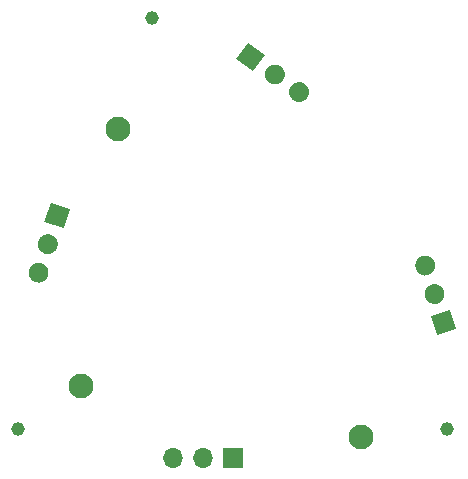
<source format=gbr>
%TF.GenerationSoftware,KiCad,Pcbnew,5.1.8*%
%TF.CreationDate,2021-01-20T11:17:19-05:00*%
%TF.ProjectId,penrosekite,70656e72-6f73-4656-9b69-74652e6b6963,rev?*%
%TF.SameCoordinates,Original*%
%TF.FileFunction,Soldermask,Bot*%
%TF.FilePolarity,Negative*%
%FSLAX46Y46*%
G04 Gerber Fmt 4.6, Leading zero omitted, Abs format (unit mm)*
G04 Created by KiCad (PCBNEW 5.1.8) date 2021-01-20 11:17:19*
%MOMM*%
%LPD*%
G01*
G04 APERTURE LIST*
%ADD10C,1.150000*%
%ADD11C,2.100000*%
%ADD12C,0.100000*%
%ADD13R,1.700000X1.700000*%
%ADD14O,1.700000X1.700000*%
G04 APERTURE END LIST*
D10*
%TO.C,MH*%
X111658400Y-118110000D03*
%TD*%
%TO.C,MH*%
X148005800Y-118110000D03*
%TD*%
%TO.C,MH*%
X123012200Y-83388200D03*
%TD*%
D11*
%TO.C,M2.1*%
X117017800Y-114503200D03*
%TD*%
%TO.C,M2.1*%
X140690600Y-118795800D03*
%TD*%
%TO.C,M2.1*%
X120142000Y-92760800D03*
%TD*%
%TO.C,J1*%
G36*
G01*
X134957975Y-90311081D02*
X134957975Y-90311081D01*
G75*
G02*
X134769928Y-89123800I499617J687664D01*
G01*
X134769928Y-89123800D01*
G75*
G02*
X135957209Y-88935753I687664J-499617D01*
G01*
X135957209Y-88935753D01*
G75*
G02*
X136145256Y-90123034I-499617J-687664D01*
G01*
X136145256Y-90123034D01*
G75*
G02*
X134957975Y-90311081I-687664J499617D01*
G01*
G37*
G36*
G01*
X132903072Y-88818107D02*
X132903072Y-88818107D01*
G75*
G02*
X132715025Y-87630826I499617J687664D01*
G01*
X132715025Y-87630826D01*
G75*
G02*
X133902306Y-87442779I687664J-499617D01*
G01*
X133902306Y-87442779D01*
G75*
G02*
X134090353Y-88630060I-499617J-687664D01*
G01*
X134090353Y-88630060D01*
G75*
G02*
X132903072Y-88818107I-687664J499617D01*
G01*
G37*
D12*
G36*
X131535833Y-87824750D02*
G01*
X130160504Y-86825515D01*
X131159739Y-85450186D01*
X132535068Y-86449421D01*
X131535833Y-87824750D01*
G37*
%TD*%
D13*
%TO.C,J2*%
X129864584Y-120563941D03*
D14*
X127324584Y-120563941D03*
X124784584Y-120563941D03*
%TD*%
D12*
%TO.C,J3*%
G36*
X148256663Y-108069166D02*
G01*
X148781991Y-109685962D01*
X147165195Y-110211290D01*
X146639867Y-108594494D01*
X148256663Y-108069166D01*
G37*
G36*
G01*
X147734424Y-106461880D02*
X147734424Y-106461880D01*
G75*
G02*
X147188690Y-107532942I-808398J-262664D01*
G01*
X147188690Y-107532942D01*
G75*
G02*
X146117628Y-106987208I-262664J808398D01*
G01*
X146117628Y-106987208D01*
G75*
G02*
X146663362Y-105916146I808398J262664D01*
G01*
X146663362Y-105916146D01*
G75*
G02*
X147734424Y-106461880I262664J-808398D01*
G01*
G37*
G36*
G01*
X146949521Y-104046197D02*
X146949521Y-104046197D01*
G75*
G02*
X146403787Y-105117259I-808398J-262664D01*
G01*
X146403787Y-105117259D01*
G75*
G02*
X145332725Y-104571525I-262664J808398D01*
G01*
X145332725Y-104571525D01*
G75*
G02*
X145878459Y-103500463I808398J262664D01*
G01*
X145878459Y-103500463D01*
G75*
G02*
X146949521Y-104046197I262664J-808398D01*
G01*
G37*
%TD*%
%TO.C,J4*%
G36*
G01*
X112592545Y-104650301D02*
X112592545Y-104650301D01*
G75*
G02*
X113663607Y-104104567I808398J-262664D01*
G01*
X113663607Y-104104567D01*
G75*
G02*
X114209341Y-105175629I-262664J-808398D01*
G01*
X114209341Y-105175629D01*
G75*
G02*
X113138279Y-105721363I-808398J262664D01*
G01*
X113138279Y-105721363D01*
G75*
G02*
X112592545Y-104650301I262664J808398D01*
G01*
G37*
G36*
G01*
X113377448Y-102234618D02*
X113377448Y-102234618D01*
G75*
G02*
X114448510Y-101688884I808398J-262664D01*
G01*
X114448510Y-101688884D01*
G75*
G02*
X114994244Y-102759946I-262664J-808398D01*
G01*
X114994244Y-102759946D01*
G75*
G02*
X113923182Y-103305680I-808398J262664D01*
G01*
X113923182Y-103305680D01*
G75*
G02*
X113377448Y-102234618I262664J808398D01*
G01*
G37*
G36*
X113899687Y-100627332D02*
G01*
X114425015Y-99010536D01*
X116041811Y-99535864D01*
X115516483Y-101152660D01*
X113899687Y-100627332D01*
G37*
%TD*%
M02*

</source>
